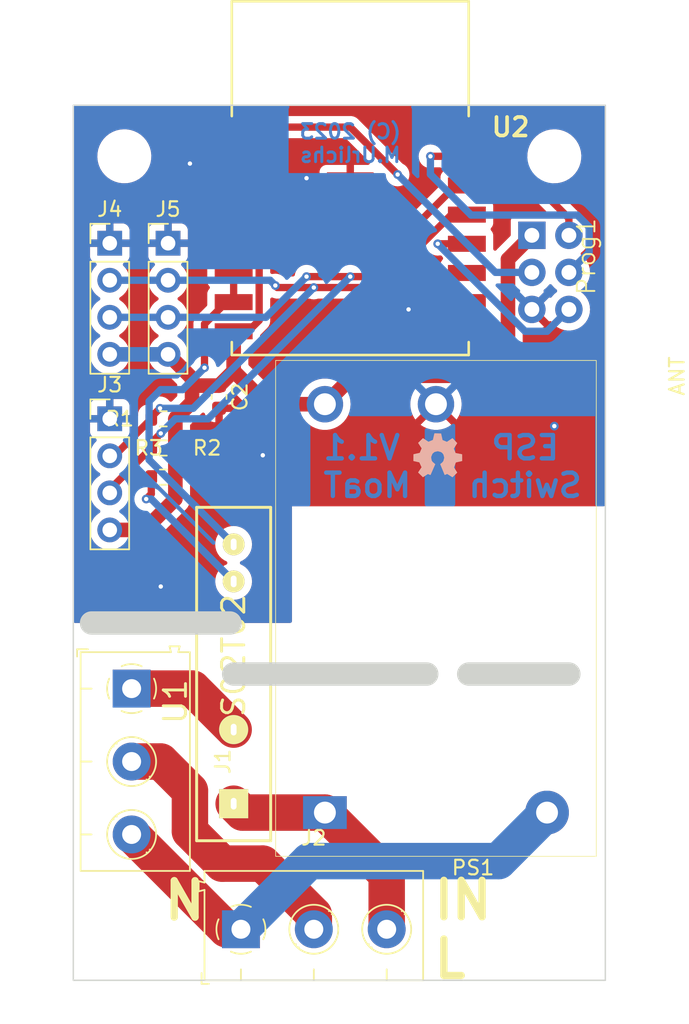
<source format=kicad_pcb>
(kicad_pcb (version 20221018) (generator pcbnew)
  (title_block (comment 4 "AISLER Project ID: AQKCZRWC"))
  (layers (0 "F.Cu" signal) (31 "B.Cu" signal) (34 "B.Paste" user) (35 "F.Paste" user) (36 "B.SilkS" user "B.Silkscreen") (37 "F.SilkS" user "F.Silkscreen") (38 "B.Mask" user) (39 "F.Mask" user) (44 "Edge.Cuts" user))
  (net 0 "")
  (net 1 "GND")
  (net 2 "+3V3")
  (net 3 "Net-(J2-Pin_3)")
  (net 4 "Net-(U1-D+)")
  (net 7 "Net-(J1-Pin_3)")
  (net 8 "Net-(J1-Pin_1)")
  (net 9 "Net-(J1-Pin_2)")
  (net 10 "PROG")
  (net 14 "/SCL")
  (net 15 "/SDA")
  (net 16 "/Rx")
  (net 17 "/Tx")
  (net 18 "/Reset")
  (net 19 "SIG")
  (footprint "localstuff:Conn_P5.0mm_3_Lumberg" (layer "F.Cu") (at 119 83 -90)
    (fp_text reference "J1" (at 5 -6.26 -90) (layer "F.SilkS"))
    (fp_text value "Conn_01x03_Female")
    (fp_line (start -2.9 -3.3) (end -2.5 -3.2) (stroke (width 0.12)) (layer "F.SilkS"))
    (fp_line (start -2.9 -2.6) (end -2.9 -3.3) (stroke (width 0.12)) (layer "F.SilkS"))
    (fp_line (start -2.7 3) (end -2.7 3.74) (stroke (width 0.12)) (layer "F.SilkS"))
    (fp_line (start -2.7 3.74) (end -2.2 3.74) (stroke (width 0.12)) (layer "F.SilkS"))
    (fp_line (start -2.5 -4) (end 12.5 -4) (stroke (width 0.12)) (layer "F.SilkS"))
    (fp_line (start -2.5 -3.2) (end -2.5 -4) (stroke (width 0.12)) (layer "F.SilkS"))
    (fp_line (start -2.5 -2.7) (end -2.9 -2.6) (stroke (width 0.12)) (layer "F.SilkS"))
    (fp_line (start -2.5 -2.7) (end -2.5 3.5) (stroke (width 0.12)) (layer "F.SilkS"))
    (fp_line (start -2.5 3.5) (end 12.5 3.5) (stroke (width 0.12)) (layer "F.SilkS"))
    (fp_line (start 0 3.5) (end 0 2.75) (stroke (width 0.12)) (layer "F.SilkS"))
    (fp_line (start 3.773 1.023) (end 3.726 1.069) (stroke (width 0.12)) (layer "F.SilkS"))
    (fp_line (start 3.966 1.239) (end 3.931 1.274) (stroke (width 0.12)) (layer "F.SilkS"))
    (fp_line (start 5 3.5) (end 5 2.75) (stroke (width 0.12)) (layer "F.SilkS"))
    (fp_line (start 6.07 -1.275) (end 6.035 -1.239) (stroke (width 0.12)) (layer "F.SilkS"))
    (fp_line (start 6.275 -1.069) (end 6.228 -1.023) (stroke (width 0.12)) (layer "F.SilkS"))
    (fp_line (start 8.773 1.023) (end 8.726 1.069) (stroke (width 0.12)) (layer "F.SilkS"))
    (fp_line (start 8.966 1.239) (end 8.931 1.274) (stroke (width 0.12)) (layer "F.SilkS"))
    (fp_line (start 10 3.5) (end 10 2.75) (stroke (width 0.12)) (layer "F.SilkS"))
    (fp_line (start 11.07 -1.275) (end 11.035 -1.239) (stroke (width 0.12)) (layer "F.SilkS"))
    (fp_line (start 11.275 -1.069) (end 11.228 -1.023) (stroke (width 0.12)) (layer "F.SilkS"))
    (fp_line (start 12.5 -4) (end 12.5 3.5) (stroke (width 0.12)) (layer "F.SilkS"))
    (fp_arc (start -1.535427 0.683042) (mid -1.680501 -0.000524) (end -1.535 -0.684) (stroke (width 0.12)) (layer "F.SilkS"))
    (fp_arc (start -0.683042 -1.535427) (mid 0.000524 -1.680501) (end 0.684 -1.535) (stroke (width 0.12)) (layer "F.SilkS"))
    (fp_arc (start 0.028805 1.680253) (mid -0.335551 1.646659) (end -0.684 1.535) (stroke (width 0.12)) (layer "F.SilkS"))
    (fp_arc (start 0.683318 1.534756) (mid 0.349292 1.643288) (end 0 1.68) (stroke (width 0.12)) (layer "F.SilkS"))
    (fp_arc (start 1.535427 -0.683042) (mid 1.680501 0.000524) (end 1.535 0.684) (stroke (width 0.12)) (layer "F.SilkS"))
    (fp_circle (center 5 0) (end 6.68 0) (stroke (width 0.12)) (fill none) (layer "F.SilkS"))
    (fp_circle (center 10 0) (end 11.68 0) (stroke (width 0.12)) (fill none) (layer "F.SilkS"))
    (pad "1" thru_hole rect (at 0 0 270) (size 2.6 2.6) (drill 1.3) (layers "*.Cu" "*.Mask") (net 8 "Net-(J1-Pin_1)"))
    (pad "2" thru_hole circle (at 5 0 270) (size 2.6 2.6) (drill 1.3) (layers "*.Cu" "*.Mask") (net 9 "Net-(J1-Pin_2)"))
    (pad "3" thru_hole circle (at 10 0 270) (size 2.6 2.6) (drill 1.3) (layers "*.Cu" "*.Mask") (net 7 "Net-(J1-Pin_3)"))
  )
  (footprint "localstuff:RAC01-3.3" (layer "F.Cu") (at 139.88 77.5 180)
    (fp_text reference "PS1" (at -2.54 -17.78) (layer "F.SilkS") (effects (font (size 1.000677 1.000677))))
    (fp_text value "RAC01-3.3")
    (fp_rect (start -11 -17) (end 11 17) (stroke (width 0.05)) (fill none) (layer "F.SilkS"))
    (pad "1" thru_hole rect (at 7.62 -14 180) (size 3 2.25) (drill 1.5) (layers "*.Cu" "*.Mask") (net 3 "Net-(J2-Pin_3)"))
    (pad "2" thru_hole circle (at -7.62 -14 180) (size 3 3) (drill 1.5) (layers "*.Cu" "*.Mask") (net 7 "Net-(J1-Pin_3)"))
    (pad "3" thru_hole circle (at 7.62 14 180) (size 2.5 2.5) (drill 1.5) (layers "*.Cu" "*.Mask") (net 2 "+3V3"))
    (pad "4" thru_hole circle (at 0 14 180) (size 2.5 2.5) (drill 1.5) (layers "*.Cu" "*.Mask") (net 1 "GND"))
  )
  (footprint "Connector_PinHeader_2.54mm:PinHeader_1x04_P2.54mm_Vertical" (layer "F.Cu") (at 121.5 52.46)
    (fp_text reference "J5" (at 0 -2.33) (layer "F.SilkS"))
    (fp_text value "Conn_01x04_Socket")
    (fp_line (start -1.33 -1.33) (end 0 -1.33) (stroke (width 0.12)) (layer "F.SilkS"))
    (fp_line (start -1.33 0) (end -1.33 -1.33) (stroke (width 0.12)) (layer "F.SilkS"))
    (fp_line (start -1.33 1.27) (end -1.33 8.95) (stroke (width 0.12)) (layer "F.SilkS"))
    (fp_line (start -1.33 1.27) (end 1.33 1.27) (stroke (width 0.12)) (layer "F.SilkS"))
    (fp_line (start -1.33 8.95) (end 1.33 8.95) (stroke (width 0.12)) (layer "F.SilkS"))
    (fp_line (start 1.33 1.27) (end 1.33 8.95) (stroke (width 0.12)) (layer "F.SilkS"))
    (pad "1" thru_hole rect (at 0 0) (size 1.7 1.7) (drill 1) (layers "*.Cu" "*.Mask") (net 1 "GND"))
    (pad "2" thru_hole oval (at 0 2.54) (size 1.7 1.7) (drill 1) (layers "*.Cu" "*.Mask") (net 15 "/SDA"))
    (pad "3" thru_hole oval (at 0 5.08) (size 1.7 1.7) (drill 1) (layers "*.Cu" "*.Mask") (net 14 "/SCL"))
    (pad "4" thru_hole oval (at 0 7.62) (size 1.7 1.7) (drill 1) (layers "*.Cu" "*.Mask") (net 2 "+3V3"))
  )
  (footprint "MountingHole:MountingHole_3.2mm_M3" (layer "F.Cu") (at 148 99.5)
    (fp_text reference "REF**" hide)
    (fp_text value "MountingHole_3.2mm_M3" hide)
    (pad "" np_thru_hole circle (at 0 0) (size 3.2 3.2) (drill 3.2) (layers "*.Cu" "*.Mask"))
    (pad "" np_thru_hole circle (at 0 0) (size 3.2 3.2) (drill 3.2) (layers "*.Cu" "*.Mask"))
  )
  (footprint "Capacitor_SMD:C_0603_1608Metric" (layer "F.Cu") (at 125 63 -90)
    (fp_text reference "C2" (at 0 -1.43 90) (layer "F.SilkS"))
    (fp_text value "CP_10µ_16V_0603")
    (fp_line (start -0.14058 -0.51) (end 0.14058 -0.51) (stroke (width 0.12)) (layer "F.SilkS"))
    (fp_line (start -0.14058 0.51) (end 0.14058 0.51) (stroke (width 0.12)) (layer "F.SilkS"))
    (pad "1" smd roundrect (at -0.775 0 270) (size 0.9 0.95) (layers "F.Cu" "F.Paste" "F.Mask") (net 2 "+3V3"))
    (pad "2" smd roundrect (at 0.775 0 270) (size 0.9 0.95) (layers "F.Cu" "F.Paste" "F.Mask") (net 1 "GND"))
  )
  (footprint "MountingHole:MountingHole_3.2mm_M3" (layer "F.Cu") (at 118.5 99.5)
    (fp_text reference "REF**" hide)
    (fp_text value "MountingHole_3.2mm_M3" hide)
    (pad "" np_thru_hole circle (at 0 0) (size 3.2 3.2) (drill 3.2) (layers "*.Cu" "*.Mask"))
    (pad "" np_thru_hole circle (at 0 0) (size 3.2 3.2) (drill 3.2) (layers "*.Cu" "*.Mask"))
  )
  (footprint "localstuff:Conn_P5.0mm_3_Lumberg" (layer "F.Cu") (at 126.5 99.5)
    (fp_text reference "J2" (at 5 -6.26) (layer "F.SilkS"))
    (fp_text value "Conn_01x03_Female")
    (fp_line (start -2.9 -3.3) (end -2.5 -3.2) (stroke (width 0.12)) (layer "F.SilkS"))
    (fp_line (start -2.9 -2.6) (end -2.9 -3.3) (stroke (width 0.12)) (layer "F.SilkS"))
    (fp_line (start -2.7 3) (end -2.7 3.74) (stroke (width 0.12)) (layer "F.SilkS"))
    (fp_line (start -2.7 3.74) (end -2.2 3.74) (stroke (width 0.12)) (layer "F.SilkS"))
    (fp_line (start -2.5 -4) (end 12.5 -4) (stroke (width 0.12)) (layer "F.SilkS"))
    (fp_line (start -2.5 -3.2) (end -2.5 -4) (stroke (width 0.12)) (layer "F.SilkS"))
    (fp_line (start -2.5 -2.7) (end -2.9 -2.6) (stroke (width 0.12)) (layer "F.SilkS"))
    (fp_line (start -2.5 -2.7) (end -2.5 3.5) (stroke (width 0.12)) (layer "F.SilkS"))
    (fp_line (start -2.5 3.5) (end 12.5 3.5) (stroke (width 0.12)) (layer "F.SilkS"))
    (fp_line (start 0 3.5) (end 0 2.75) (stroke (width 0.12)) (layer "F.SilkS"))
    (fp_line (start 3.773 1.023) (end 3.726 1.069) (stroke (width 0.12)) (layer "F.SilkS"))
    (fp_line (start 3.966 1.239) (end 3.931 1.274) (stroke (width 0.12)) (layer "F.SilkS"))
    (fp_line (start 5 3.5) (end 5 2.75) (stroke (width 0.12)) (layer "F.SilkS"))
    (fp_line (start 6.07 -1.275) (end 6.035 -1.239) (stroke (width 0.12)) (layer "F.SilkS"))
    (fp_line (start 6.275 -1.069) (end 6.228 -1.023) (stroke (width 0.12)) (layer "F.SilkS"))
    (fp_line (start 8.773 1.023) (end 8.726 1.069) (stroke (width 0.12)) (layer "F.SilkS"))
    (fp_line (start 8.966 1.239) (end 8.931 1.274) (stroke (width 0.12)) (layer "F.SilkS"))
    (fp_line (start 10 3.5) (end 10 2.75) (stroke (width 0.12)) (layer "F.SilkS"))
    (fp_line (start 11.07 -1.275) (end 11.035 -1.239) (stroke (width 0.12)) (layer "F.SilkS"))
    (fp_line (start 11.275 -1.069) (end 11.228 -1.023) (stroke (width 0.12)) (layer "F.SilkS"))
    (fp_line (start 12.5 -4) (end 12.5 3.5) (stroke (width 0.12)) (layer "F.SilkS"))
    (fp_arc (start -1.535427 0.683042) (mid -1.680501 -0.000524) (end -1.535 -0.684) (stroke (width 0.12)) (layer "F.SilkS"))
    (fp_arc (start -0.683042 -1.535427) (mid 0.000524 -1.680501) (end 0.684 -1.535) (stroke (width 0.12)) (layer "F.SilkS"))
    (fp_arc (start 0.028805 1.680253) (mid -0.335551 1.646659) (end -0.684 1.535) (stroke (width 0.12)) (layer "F.SilkS"))
    (fp_arc (start 0.683318 1.534756) (mid 0.349292 1.643288) (end 0 1.68) (stroke (width 0.12)) (layer "F.SilkS"))
    (fp_arc (start 1.535427 -0.683042) (mid 1.680501 0.000524) (end 1.535 0.684) (stroke (width 0.12)) (layer "F.SilkS"))
    (fp_circle (center 5 0) (end 6.68 0) (stroke (width 0.12)) (fill none) (layer "F.SilkS"))
    (fp_circle (center 10 0) (end 11.68 0) (stroke (width 0.12)) (fill none) (layer "F.SilkS"))
    (pad "1" thru_hole rect (at 0 0) (size 2.6 2.6) (drill 1.3) (layers "*.Cu" "*.Mask") (net 7 "Net-(J1-Pin_3)"))
    (pad "2" thru_hole circle (at 5 0) (size 2.6 2.6) (drill 1.3) (layers "*.Cu" "*.Mask") (net 9 "Net-(J1-Pin_2)"))
    (pad "3" thru_hole circle (at 10 0) (size 2.6 2.6) (drill 1.3) (layers "*.Cu" "*.Mask") (net 3 "Net-(J2-Pin_3)"))
  )
  (footprint "Connector_PinHeader_2.54mm:PinHeader_1x04_P2.54mm_Vertical" (layer "F.Cu") (at 117.5 64.5)
    (fp_text reference "J3" (at 0 -2.33) (layer "F.SilkS"))
    (fp_text value "Conn_01x04_Socket")
    (fp_line (start -1.33 -1.33) (end 0 -1.33) (stroke (width 0.12)) (layer "F.SilkS"))
    (fp_line (start -1.33 0) (end -1.33 -1.33) (stroke (width 0.12)) (layer "F.SilkS"))
    (fp_line (start -1.33 1.27) (end -1.33 8.95) (stroke (width 0.12)) (layer "F.SilkS"))
    (fp_line (start -1.33 1.27) (end 1.33 1.27) (stroke (width 0.12)) (layer "F.SilkS"))
    (fp_line (start -1.33 8.95) (end 1.33 8.95) (stroke (width 0.12)) (layer "F.SilkS"))
    (fp_line (start 1.33 1.27) (end 1.33 8.95) (stroke (width 0.12)) (layer "F.SilkS"))
    (pad "1" thru_hole rect (at 0 0) (size 1.7 1.7) (drill 1) (layers "*.Cu" "*.Mask") (net 1 "GND"))
    (pad "2" thru_hole oval (at 0 2.54) (size 1.7 1.7) (drill 1) (layers "*.Cu" "*.Mask") (net 15 "/SDA"))
    (pad "3" thru_hole oval (at 0 5.08) (size 1.7 1.7) (drill 1) (layers "*.Cu" "*.Mask") (net 14 "/SCL"))
    (pad "4" thru_hole oval (at 0 7.62) (size 1.7 1.7) (drill 1) (layers "*.Cu" "*.Mask") (net 2 "+3V3"))
  )
  (footprint "localstuff:S202T02" (layer "F.Cu") (at 126 90.89 90)
    (fp_text reference "U1" (at 7 -4 90) (layer "F.SilkS") (effects (font (size 1.524 1.524) (thickness 0.20066))))
    (fp_text value "S02T02" (at 10.16 0 90) (layer "F.SilkS") (effects (font (size 1.524 1.524) (thickness 0.20066))))
    (fp_line (start -2.54 -2.54) (end 20.32 -2.54) (stroke (width 0.20066)) (layer "F.SilkS"))
    (fp_line (start -2.54 2.54) (end -2.54 -2.54) (stroke (width 0.20066)) (layer "F.SilkS"))
    (fp_line (start 20.32 -2.54) (end 20.32 2.54) (stroke (width 0.20066)) (layer "F.SilkS"))
    (fp_line (start 20.32 2.54) (end -2.54 2.54) (stroke (width 0.20066)) (layer "F.SilkS"))
    (pad "1" thru_hole rect (at 0 0 90) (size 1.99898 1.99898) (drill oval 0.8001 0.39878) (layers "*.Cu" "*.Mask" "F.SilkS") (net 3 "Net-(J2-Pin_3)"))
    (pad "2" thru_hole circle (at 5.08 0 90) (size 1.99898 1.99898) (drill oval 0.8001 0.39878) (layers "*.Cu" "*.Mask" "F.SilkS") (net 8 "Net-(J1-Pin_1)"))
    (pad "3" thru_hole circle (at 15.24 0 90) (size 1.50114 1.50114) (drill oval 0.8001 0.39878) (layers "*.Cu" "*.Mask" "F.SilkS") (net 4 "Net-(U1-D+)"))
    (pad "4" thru_hole circle (at 17.78 0 90) (size 1.50114 1.50114) (drill oval 0.8001 0.39878) (layers "*.Cu" "*.Mask" "F.SilkS") (net 19 "SIG"))
  )
  (footprint "Resistor_SMD:R_0603_1608Metric" (layer "F.Cu") (at 121.175 64.5)
    (fp_text reference "R1" (at -3 0) (layer "F.SilkS"))
    (fp_text value "R_2k2_0603")
    (fp_line (start -0.237258 -0.5225) (end 0.237258 -0.5225) (stroke (width 0.12)) (layer "F.SilkS"))
    (fp_line (start -0.237258 0.5225) (end 0.237258 0.5225) (stroke (width 0.12)) (layer "F.SilkS"))
    (pad "1" smd roundrect (at -0.825 0) (size 0.8 0.95) (layers "F.Cu" "F.Paste" "F.Mask") (net 15 "/SDA"))
    (pad "2" smd roundrect (at 0.825 0) (size 0.8 0.95) (layers "F.Cu" "F.Paste" "F.Mask") (net 2 "+3V3"))
  )
  (footprint "localstuff:ESP-12S" (layer "F.Cu") (at 134 48)
    (fp_text reference "U2" (at 11 -3.5) (layer "F.SilkS") (effects (font (size 1.27 1.27) (thickness 0.25) bold)))
    (fp_text value "ESP-12S")
    (fp_line (start -8.127 -12.127) (end 8.127 -12.127) (stroke (width 0.1778)) (layer "F.SilkS"))
    (fp_line (start -8.127 -4.256) (end -8.127 -12.127) (stroke (width 0.1778)) (layer "F.SilkS"))
    (fp_line (start -8.127 12.127) (end -8.127 11.241) (stroke (width 0.1778)) (layer "F.SilkS"))
    (fp_line (start 8.127 -12.127) (end 8.127 -4.256) (stroke (width 0.1778)) (layer "F.SilkS"))
    (fp_line (start 8.127 11.241) (end 8.127 12.127) (stroke (width 0.1778)) (layer "F.SilkS"))
    (fp_line (start 8.127 12.127) (end -8.127 12.127) (stroke (width 0.1778)) (layer "F.SilkS"))
    (pad "1" smd rect (at -8 -3.5) (size 2.6 1.1) (layers "F.Cu" "F.Paste" "F.Mask") (net 18 "/Reset"))
    (pad "2" smd rect (at -8 -1.5) (size 2.6 1.1) (layers "F.Cu" "F.Paste" "F.Mask"))
    (pad "3" smd rect (at -8 0.5) (size 2.6 1.1) (layers "F.Cu" "F.Paste" "F.Mask") (net 2 "+3V3"))
    (pad "4" smd rect (at -8 2.5) (size 2.6 1.1) (layers "F.Cu" "F.Paste" "F.Mask"))
    (pad "5" smd rect (at -8 4.5) (size 2.6 1.1) (layers "F.Cu" "F.Paste" "F.Mask"))
    (pad "6" smd rect (at -8 6.5) (size 2.6 1.1) (layers "F.Cu" "F.Paste" "F.Mask") (net 19 "SIG"))
    (pad "7" smd rect (at -8 8.5) (size 2.6 1.1) (layers "F.Cu" "F.Paste" "F.Mask") (net 19 "SIG"))
    (pad "8" smd rect (at -8 10.5) (size 2.6 1.1) (layers "F.Cu" "F.Paste" "F.Mask") (net 2 "+3V3"))
    (pad "9" smd rect (at 8 10.5 180) (size 2.6 1.1) (layers "F.Cu" "F.Paste" "F.Mask") (net 1 "GND"))
    (pad "10" smd rect (at 8 8.5 180) (size 2.6 1.1) (layers "F.Cu" "F.Paste" "F.Mask"))
    (pad "11" smd rect (at 8 6.5 180) (size 2.6 1.1) (layers "F.Cu" "F.Paste" "F.Mask"))
    (pad "12" smd rect (at 8 4.5 180) (size 2.6 1.1) (layers "F.Cu" "F.Paste" "F.Mask") (net 10 "PROG"))
    (pad "13" smd rect (at 8 2.5 180) (size 2.6 1.1) (layers "F.Cu" "F.Paste" "F.Mask") (net 15 "/SDA"))
    (pad "14" smd rect (at 8 0.5 180) (size 2.6 1.1) (layers "F.Cu" "F.Paste" "F.Mask") (net 14 "/SCL"))
    (pad "15" smd rect (at 8 -1.5 180) (size 2.6 1.1) (layers "F.Cu" "F.Paste" "F.Mask") (net 16 "/Rx"))
    (pad "16" smd rect (at 8 -3.5 180) (size 2.6 1.1) (layers "F.Cu" "F.Paste" "F.Mask") (net 17 "/Tx"))
    (pad "P$1" smd rect (at 0 1.2) (size 3.2 3.2) (layers "F.Cu" "F.Mask") (net 1 "GND"))
    (zone (net 0) (net_name "") (layer "F.Cu") (connect_pads (clearance 0)) (min_thickness 0.002541)
      (keepout (tracks not_allowed) (vias not_allowed) (pads not_allowed) (copperpour not_allowed) (footprints allowed))
      (fill (thermal_gap 0.508) (thermal_bridge_width 0.508))
      (polygon (pts (xy 126 43) (xy 142 43) (xy 142 36) (xy 126 36)))
    )
    (zone (net 0) (net_name "") (layer "B.Cu") (connect_pads (clearance 0)) (min_thickness 0.002541)
      (keepout (tracks not_allowed) (vias not_allowed) (pads not_allowed) (copperpour not_allowed) (footprints allowed))
      (fill (thermal_gap 0.508) (thermal_bridge_width 0.508))
      (polygon (pts (xy 142 43) (xy 126 43) (xy 126 36) (xy 142 36)))
    )
  )
  (footprint "Resistor_SMD:R_0603_1608Metric" (layer "F.Cu") (at 121.175 66.5)
    (fp_text reference "R2" (at 3 0) (layer "F.SilkS"))
    (fp_text value "R_2k2_0603")
    (fp_line (start -0.237258 -0.5225) (end 0.237258 -0.5225) (stroke (width 0.12)) (layer "F.SilkS"))
    (fp_line (start -0.237258 0.5225) (end 0.237258 0.5225) (stroke (width 0.12)) (layer "F.SilkS"))
    (pad "1" smd roundrect (at -0.825 0) (size 0.8 0.95) (layers "F.Cu" "F.Paste" "F.Mask") (net 14 "/SCL"))
    (pad "2" smd roundrect (at 0.825 0) (size 0.8 0.95) (layers "F.Cu" "F.Paste" "F.Mask") (net 2 "+3V3"))
  )
  (footprint "Connector_PinHeader_2.54mm:PinHeader_1x04_P2.54mm_Vertical" (layer "F.Cu") (at 117.5 52.46)
    (fp_text reference "J4" (at 0 -2.33) (layer "F.SilkS"))
    (fp_text value "Conn_01x04_Socket")
    (fp_line (start -1.33 -1.33) (end 0 -1.33) (stroke (width 0.12)) (layer "F.SilkS"))
    (fp_line (start -1.33 0) (end -1.33 -1.33) (stroke (width 0.12)) (layer "F.SilkS"))
    (fp_line (start -1.33 1.27) (end -1.33 8.95) (stroke (width 0.12)) (layer "F.SilkS"))
    (fp_line (start -1.33 1.27) (end 1.33 1.27) (stroke (width 0.12)) (layer "F.SilkS"))
    (fp_line (start -1.33 8.95) (end 1.33 8.95) (stroke (width 0.12)) (layer "F.SilkS"))
    (fp_line (start 1.33 1.27) (end 1.33 8.95) (stroke (width 0.12)) (layer "F.SilkS"))
    (pad "1" thru_hole rect (at 0 0) (size 1.7 1.7) (drill 1) (layers "*.Cu" "*.Mask") (net 1 "GND"))
    (pad "2" thru_hole oval (at 0 2.54) (size 1.7 1.7) (drill 1) (layers "*.Cu" "*.Mask") (net 15 "/SDA"))
    (pad "3" thru_hole oval (at 0 5.08) (size 1.7 1.7) (drill 1) (layers "*.Cu" "*.Mask") (net 14 "/SCL"))
    (pad "4" thru_hole oval (at 0 7.62) (size 1.7 1.7) (drill 1) (layers "*.Cu" "*.Mask") (net 2 "+3V3"))
  )
  (footprint "MountingHole:MountingHole_3.2mm_M3" (layer "F.Cu") (at 118.5 46.5)
    (fp_text reference "REF**" hide)
    (fp_text value "MountingHole_3.2mm_M3" hide)
    (pad "" np_thru_hole circle (at 0 0) (size 3.2 3.2) (drill 3.2) (layers "*.Cu" "*.Mask"))
  )
  (footprint "MountingHole:MountingHole_3.2mm_M3" (layer "F.Cu") (at 148 46.5)
    (fp_text reference "REF**" hide)
    (fp_text value "MountingHole_3.2mm_M3" hide)
    (pad "" np_thru_hole circle (at 0 0) (size 3.2 3.2) (drill 3.2) (layers "*.Cu" "*.Mask"))
  )
  (footprint "localstuff:2X3-NS" (layer "F.Cu") (at 147.73 54.46 -90)
    (fp_text reference "Prog1" (at -3.81 -3.175 90) (layer "F.SilkS") (effects (font (size 1.2065 1.2065) (thickness 0.127)) (justify right bottom)))
    (fp_text value "PogoPad")
    (pad "1" thru_hole rect (at -2.54 1.27 270) (size 1.8796 1.8796) (drill 1.016) (layers "*.Cu" "*.Mask") (net 2 "+3V3"))
    (pad "2" thru_hole circle (at -2.54 -1.27 270) (size 1.8796 1.8796) (drill 1.016) (layers "*.Cu" "*.Mask") (net 17 "/Tx"))
    (pad "3" thru_hole circle (at 0 1.27 270) (size 1.8796 1.8796) (drill 1.016) (layers "*.Cu" "*.Mask") (net 18 "/Reset"))
    (pad "4" thru_hole circle (at 0 -1.27 270) (size 1.8796 1.8796) (drill 1.016) (layers "*.Cu" "*.Mask") (net 16 "/Rx"))
    (pad "5" thru_hole circle (at 2.54 1.27 270) (size 1.8796 1.8796) (drill 1.016) (layers "*.Cu" "*.Mask") (net 1 "GND"))
    (pad "6" thru_hole circle (at 2.54 -1.27 270) (size 1.8796 1.8796) (drill 1.016) (layers "*.Cu" "*.Mask") (net 10 "PROG"))
  )
  (footprint "Resistor_SMD:R_0603_1608Metric" (layer "F.Cu") (at 121.175 68.5 180)
    (fp_text reference "R3" (at 1 2) (layer "F.SilkS"))
    (fp_text value "R_220_0603")
    (fp_line (start -0.237258 -0.5225) (end 0.237258 -0.5225) (stroke (width 0.12)) (layer "F.SilkS"))
    (fp_line (start -0.237258 0.5225) (end 0.237258 0.5225) (stroke (width 0.12)) (layer "F.SilkS"))
    (pad "1" smd roundrect (at -0.825 0 180) (size 0.8 0.95) (layers "F.Cu" "F.Paste" "F.Mask") (net 2 "+3V3"))
    (pad "2" smd roundrect (at 0.825 0 180) (size 0.8 0.95) (layers "F.Cu" "F.Paste" "F.Mask") (net 4 "Net-(U1-D+)"))
  )
  (footprint "localstuff:OSHW Logo 3mm" (layer "B.Cu") (at 140 67 180)
    (fp_text reference "G***" hide)
    (fp_text value "LOGO" hide)
    (fp_poly (pts (xy -1.011428 -1.4986) (xy -0.650494 -1.273048) (xy -0.481076 -1.341628) (xy -0.179578 -0.611378) (xy -0.315722 -0.499618) (xy -0.3937 -0.402336) (xy -0.456946 -0.169164) (xy -0.39878 0.054864) (xy -0.32258 0.153162) (xy -0.230124 0.226314) (xy -0.000508 0.287528) (xy 0.228346 0.230378) (xy 0.368046 0.107442) (xy 0.461518 -0.127) (xy 0.422148 -0.356108) (xy 0.360172 -0.456692) (xy 0.176276 -0.613918) (xy 0.497586 -1.346454) (xy 0.677926 -1.277874) (xy 1.013714 -1.496568) (xy 1.337564 -1.177798) (xy 1.09982 -0.821182) (xy 1.257046 -0.479298) (xy 1.66243 -0.387604) (xy 1.659636 0.063246) (xy 1.22682 0.158496) (xy 1.09474 0.476504) (xy 1.33731 0.847852) (xy 1.01092 1.164844) (xy 0.637286 0.917956) (xy 0.324358 1.044956) (xy 0.220726 1.494028) (xy -0.226822 1.486916) (xy -0.327152 1.036574) (xy -0.631698 0.91186) (xy -1.014222 1.167638) (xy -1.330198 0.831596) (xy -1.094994 0.454152) (xy -1.223518 0.148082) (xy -1.6637 0.063246) (xy -1.668018 -0.389636) (xy -1.238504 -0.485648) (xy -1.109726 -0.83566) (xy -1.330198 -1.187704) (xy -1.011428 -1.4986)) (stroke (width 0.01)) (fill solid) (layer "B.SilkS"))
  )
  (footprint "localstuff:OSHW Logo 3mm" (layer "B.Cu") (at 140 67 180)
    (fp_text reference "G***" hide)
    (fp_text value "LOGO" hide)
    (fp_poly (pts (xy -1.011428 -1.4986) (xy -0.650494 -1.273048) (xy -0.481076 -1.341628) (xy -0.179578 -0.611378) (xy -0.315722 -0.499618) (xy -0.3937 -0.402336) (xy -0.456946 -0.169164) (xy -0.39878 0.054864) (xy -0.32258 0.153162) (xy -0.230124 0.226314) (xy -0.000508 0.287528) (xy 0.228346 0.230378) (xy 0.368046 0.107442) (xy 0.461518 -0.127) (xy 0.422148 -0.356108) (xy 0.360172 -0.456692) (xy 0.176276 -0.613918) (xy 0.497586 -1.346454) (xy 0.677926 -1.277874) (xy 1.013714 -1.496568) (xy 1.337564 -1.177798) (xy 1.09982 -0.821182) (xy 1.257046 -0.479298) (xy 1.66243 -0.387604) (xy 1.659636 0.063246) (xy 1.22682 0.158496) (xy 1.09474 0.476504) (xy 1.33731 0.847852) (xy 1.01092 1.164844) (xy 0.637286 0.917956) (xy 0.324358 1.044956) (xy 0.220726 1.494028) (xy -0.226822 1.486916) (xy -0.327152 1.036574) (xy -0.631698 0.91186) (xy -1.014222 1.167638) (xy -1.330198 0.831596) (xy -1.094994 0.454152) (xy -1.223518 0.148082) (xy -1.6637 0.063246) (xy -1.668018 -0.389636) (xy -1.238504 -0.485648) (xy -1.109726 -0.83566) (xy -1.330198 -1.187704) (xy -1.011428 -1.4986)) (stroke (width 0.01)) (fill solid) (layer "B.SilkS"))
  )
  (gr_rect (start 115 43) (end 151.5 103) (stroke (width 0.1)) (fill none) (layer "Edge.Cuts"))
  (gr_line (start 142.125 82) (end 149 82) (stroke (width 1.6)) (layer "Edge.Cuts"))
  (gr_line (start 126 82) (end 139.25 82) (stroke (width 1.6)) (layer "Edge.Cuts"))
  (gr_line (start 116.25 78.5) (end 125.75 78.5) (stroke (width 1.6)) (layer "Edge.Cuts"))
  (gr_text "ESP\nSwitch" (at 146 70) (layer "B.Cu") (effects (font (size 1.6 1.6) (thickness 0.3) bold) (justify bottom mirror)))
  (gr_text "V1.1\nMoaT" (at 132 70) (layer "B.Cu") (effects (font (size 1.6 1.6) (thickness 0.3) bold) (justify right bottom mirror)))
  (gr_text "(C) 2023\nM.Urlichs" (at 134 47) (layer "B.Cu") (effects (font (size 1 1) (thickness 0.2) bold) (justify bottom mirror)))
  (gr_text "ANT" (at 157 63 90) (layer "F.SilkS") (effects (font (size 1 1)) (justify left bottom)))
  (gr_text "N" (at 121 99) (layer "F.SilkS") (effects (font (size 2.5 2.5) (thickness 0.5) bold) (justify left bottom)))
  (gr_text "IN\nL" (at 139.5 103) (layer "F.SilkS") (effects (font (size 2.5 2.5) (thickness 0.5) bold) (justify left bottom)))
  (via (at 148 65) (size 0.6) (drill 0.3) (layers "F.Cu" "B.Cu") (net 1))
  (via (at 138 57) (size 0.6) (drill 0.3) (layers "F.Cu" "B.Cu") (net 1))
  (via (at 121 76) (size 0.6) (drill 0.3) (layers "F.Cu" "B.Cu") (net 1))
  (via (at 123 47) (size 0.6) (drill 0.3) (layers "F.Cu" "B.Cu") (net 1))
  (via (at 128 67) (size 0.6) (drill 0.3) (layers "F.Cu" "B.Cu") (net 1))
  (via (at 131 48) (size 0.6) (drill 0.3) (layers "F.Cu" "B.Cu") (net 1))
  (segment (start 144.8202 59.1798) (end 142.45 61.55) (width 1) (layer "F.Cu") (net 2))
  (segment (start 127.75 57.75) (end 127 58.5) (width 0.5) (layer "F.Cu") (net 2))
  (segment (start 123.145 62.225) (end 123.145 61.725) (width 1) (layer "F.Cu") (net 2))
  (segment (start 123.145 61.725) (end 121.5 60.08) (width 1) (layer "F.Cu") (net 2))
  (segment (start 128.275 63.5) (end 126 61.225) (width 1) (layer "F.Cu") (net 2))
  (segment (start 126.75 48.5) (end 127.75 49.5) (width 0.5) (layer "F.Cu") (net 2))
  (segment (start 126 61.225) (end 125 62.225) (width 1) (layer "F.Cu") (net 2))
  (segment (start 122 66.5) (end 122 64.5) (width 1) (layer "F.Cu") (net 2))
  (segment (start 125 62.225) (end 123.145 62.225) (width 1) (layer "F.Cu") (net 2))
  (segment (start 126 48.5) (end 126.75 48.5) (width 0.5) (layer "F.Cu") (net 2))
  (segment (start 117.5 72.12) (end 119.88 72.12) (width 1) (layer "F.Cu") (net 2))
  (segment (start 134.21 61.55) (end 132.26 63.5) (width 1) (layer "F.Cu") (net 2))
  (segment (start 122 68.5) (end 122 66.5) (width 1) (layer "F.Cu") (net 2))
  (segment (start 146.46 51.92) (end 144.8202 53.5598) (width 1) (layer "F.Cu") (net 2))
  (segment (start 127.75 49.5) (end 127.75 57.75) (width 0.5) (layer "F.Cu") (net 2))
  (segment (start 122 70) (end 122 68.5) (width 1) (layer "F.Cu") (net 2))
  (segment (start 123.145 63.355) (end 123.145 62.225) (width 1) (layer "F.Cu") (net 2))
  (segment (start 126 58.5) (end 126 61.225) (width 1) (layer "F.Cu") (net 2))
  (segment (start 122 64.5) (end 123.145 63.355) (width 1) (layer "F.Cu") (net 2))
  (segment (start 144.8202 53.5598) (end 144.8202 59.1798) (width 1) (layer "F.Cu") (net 2))
  (segment (start 142.45 61.55) (end 134.21 61.55) (width 1) (layer "F.Cu") (net 2))
  (segment (start 127 58.5) (end 126 58.5) (width 0.5) (layer "F.Cu") (net 2))
  (segment (start 119.88 72.12) (end 122 70) (width 1) (layer "F.Cu") (net 2))
  (segment (start 132.26 63.5) (end 128.275 63.5) (width 1) (layer "F.Cu") (net 2))
  (segment (start 121.5 60.08) (end 117.5 60.08) (width 1) (layer "B.Cu") (net 2))
  (segment (start 136.5 99.5) (end 136.5 95.74) (width 2.5) (layer "F.Cu") (net 3))
  (segment (start 132.26 91.5) (end 126.61 91.5) (width 2.5) (layer "F.Cu") (net 3))
  (segment (start 126.61 91.5) (end 126 90.89) (width 2.5) (layer "F.Cu") (net 3))
  (segment (start 136.5 95.74) (end 132.26 91.5) (width 2.5) (layer "F.Cu") (net 3))
  (segment (start 120.35 69.65) (end 120 70) (width 0.5) (layer "F.Cu") (net 4))
  (segment (start 120.35 68.5) (end 120.35 69.65) (width 0.5) (layer "F.Cu") (net 4))
  (via (at 120 70) (size 0.6) (drill 0.3) (layers "F.Cu" "B.Cu") (net 4))
  (segment (start 120.35 70) (end 126 75.65) (width 0.5) (layer "B.Cu") (net 4))
  (segment (start 120 70) (end 120.35 70) (width 0.5) (layer "B.Cu") (net 4))
  (segment (start 125.5 99.5) (end 119 93) (width 2.5) (layer "F.Cu") (net 7))
  (segment (start 126.5 99.5) (end 125.5 99.5) (width 2.5) (layer "F.Cu") (net 7))
  (segment (start 131.173612 94.826388) (end 126.5 99.5) (width 2.5) (layer "B.Cu") (net 7))
  (segment (start 147.5 91.5) (end 144.173612 94.826388) (width 2.5) (layer "B.Cu") (net 7))
  (segment (start 144.173612 94.826388) (end 131.173612 94.826388) (width 2.5) (layer "B.Cu") (net 7))
  (segment (start 123.19 83) (end 126 85.81) (width 2.5) (layer "F.Cu") (net 8))
  (segment (start 119 83) (end 123.19 83) (width 2.5) (layer "F.Cu") (net 8))
  (segment (start 125.21102 95) (end 128 95) (width 2.5) (layer "F.Cu") (net 9))
  (segment (start 121 88) (end 123 90) (width 2.5) (layer "F.Cu") (net 9))
  (segment (start 123 90) (end 123 92.78898) (width 2.5) (layer "F.Cu") (net 9))
  (segment (start 119 88) (end 121 88) (width 2.5) (layer "F.Cu") (net 9))
  (segment (start 123 92.78898) (end 125.21102 95) (width 2.5) (layer "F.Cu") (net 9))
  (segment (start 131.5 98.5) (end 131.5 99.5) (width 2.5) (layer "F.Cu") (net 9))
  (segment (start 128 95) (end 131.5 98.5) (width 2.5) (layer "F.Cu") (net 9))
  (segment (start 142 52.5) (end 140 52.5) (width 0.5) (layer "F.Cu") (net 10))
  (via (at 140 52.5) (size 0.6) (drill 0.3) (layers "F.Cu" "B.Cu") (net 10))
  (segment (start 140 52.505475) (end 145.994525 58.5) (width 0.5) (layer "B.Cu") (net 10))
  (segment (start 145.994525 58.5) (end 147.5 58.5) (width 0.5) (layer "B.Cu") (net 10))
  (segment (start 140 52.5) (end 140 52.505475) (width 0.5) (layer "B.Cu") (net 10))
  (segment (start 147.5 58.5) (end 149 57) (width 0.5) (layer "B.Cu") (net 10))
  (segment (start 120.35 66.5) (end 120.35 66.15) (width 0.5) (layer "F.Cu") (net 14))
  (segment (start 117.5 70) (end 117.5 69.35) (width 0.5) (layer "F.Cu") (net 14))
  (segment (start 142 48.5) (end 141.25 48.5) (width 0.5) (layer "F.Cu") (net 14))
  (segment (start 120.35 66.15) (end 121 65.5) (width 0.5) (layer "F.Cu") (net 14))
  (segment (start 141.25 48.5) (end 134.9995 54.7505) (width 0.5) (layer "F.Cu") (net 14))
  (segment (start 134.9995 54.7505) (end 131 54.7505) (width 0.5) (layer "F.Cu") (net 14))
  (segment (start 117.5 69.58) (end 117.5 69.35) (width 0.5) (layer "F.Cu") (net 14))
  (segment (start 117.5 69.35) (end 120.35 66.5) (width 0.5) (layer "F.Cu") (net 14))
  (via (at 131 54.7505) (size 0.6) (drill 0.3) (layers "F.Cu" "B.Cu") (net 14))
  (via (at 134 54.7505) (size 0.6) (drill 0.3) (layers "F.Cu" "B.Cu") (net 14))
  (via (at 121 65.5) (size 0.6) (drill 0.3) (layers "F.Cu" "B.Cu") (net 14))
  (segment (start 128.2105 57.54) (end 131 54.7505) (width 0.5) (layer "B.Cu") (net 14))
  (segment (start 124.2505 64.5) (end 134 54.7505) (width 0.5) (layer "B.Cu") (net 14))
  (segment (start 121.5 57.54) (end 128.2105 57.54) (width 0.5) (layer "B.Cu") (net 14))
  (segment (start 121 65.5) (end 122 64.5) (width 0.5) (layer "B.Cu") (net 14))
  (segment (start 122 64.5) (end 124.2505 64.5) (width 0.5) (layer "B.Cu") (net 14))
  (segment (start 121.5 57.54) (end 117.5 57.54) (width 0.5) (layer "B.Cu") (net 14))
  (segment (start 120.35 64.379123) (end 120.9495 63.779623) (width 0.5) (layer "F.Cu") (net 15))
  (segment (start 117.5 67.46) (end 117.5 67.35) (width 0.5) (layer "F.Cu") (net 15))
  (segment (start 117.81 67.04) (end 120.35 64.5) (width 0.5) (layer "F.Cu") (net 15))
  (segment (start 117.5 67.04) (end 117.81 67.04) (width 0.5) (layer "F.Cu") (net 15))
  (segment (start 129 55.5) (end 128.860188 55.360188) (width 0.5) (layer "F.Cu") (net 15))
  (segment (start 140.939339 50.5) (end 135.939339 55.5) (width 0.5) (layer "F.Cu") (net 15))
  (segment (start 135.939339 55.5) (end 129 55.5) (width 0.5) (layer "F.Cu") (net 15))
  (segment (start 120.35 64.5) (end 120.35 64.379123) (width 0.5) (layer "F.Cu") (net 15))
  (segment (start 142 50.5) (end 140.939339 50.5) (width 0.5) (layer "F.Cu") (net 15))
  (via (at 131.5 55.5) (size 0.6) (drill 0.3) (layers "F.Cu" "B.Cu") (net 15))
  (via (at 120.9495 63.779623) (size 0.6) (drill 0.3) (layers "F.Cu" "B.Cu") (net 15))
  (via (at 128.860188 55.360188) (size 0.6) (drill 0.3) (layers "F.Cu" "B.Cu") (net 15))
  (segment (start 123.220377 63.779623) (end 120.9495 63.779623) (width 0.5) (layer "B.Cu") (net 15))
  (segment (start 131.5 55.5) (end 123.220377 63.779623) (width 0.5) (layer "B.Cu") (net 15))
  (segment (start 128.5 55) (end 128.860188 55.360188) (width 0.5) (layer "B.Cu") (net 15))
  (segment (start 121.5 55) (end 128.5 55) (width 0.5) (layer "B.Cu") (net 15))
  (segment (start 121.5 55) (end 117.5 55) (width 0.5) (layer "B.Cu") (net 15))
  (segment (start 142 46.5) (end 139.5 46.5) (width 0.5) (layer "F.Cu") (net 16))
  (via (at 139.5 46.5) (size 0.6) (drill 0.3) (layers "F.Cu" "B.Cu") (net 16))
  (segment (start 149.575675 50.5302) (end 150.3898 51.344325) (width 0.5) (layer "B.Cu") (net 16))
  (segment (start 150.3898 51.344325) (end 150.3898 53.0702) (width 0.5) (layer "B.Cu") (net 16))
  (segment (start 139.5 47.7396) (end 142.2906 50.5302) (width 0.5) (layer "B.Cu") (net 16))
  (segment (start 150.3898 53.0702) (end 149 54.46) (width 0.5) (layer "B.Cu") (net 16))
  (segment (start 139.5 46.5) (end 139.5 47.7396) (width 0.5) (layer "B.Cu") (net 16))
  (segment (start 142.2906 50.5302) (end 149.575675 50.5302) (width 0.5) (layer "B.Cu") (net 16))
  (segment (start 142.75 44.5) (end 149 50.75) (width 0.5) (layer "F.Cu") (net 17))
  (segment (start 142 44.5) (end 142.75 44.5) (width 0.5) (layer "F.Cu") (net 17))
  (segment (start 149 50.75) (end 149 51.92) (width 0.5) (layer "F.Cu") (net 17))
  (segment (start 134 44.5) (end 137.25 47.75) (width 0.5) (layer "F.Cu") (net 18))
  (segment (start 126 44.5) (end 134 44.5) (width 0.5) (layer "F.Cu") (net 18))
  (via (at 137.25 47.75) (size 0.6) (drill 0.3) (layers "F.Cu" "B.Cu") (net 18))
  (segment (start 146.46 54.46) (end 143.96 54.46) (width 0.5) (layer "B.Cu") (net 18))
  (segment (start 143.96 54.46) (end 137.25 47.75) (width 0.5) (layer "B.Cu") (net 18))
  (segment (start 125.5 56.5) (end 124 58) (width 0.5) (layer "F.Cu") (net 19))
  (segment (start 124 58) (end 124 61) (width 0.5) (layer "F.Cu") (net 19))
  (segment (start 126 56.5) (end 125.5 56.5) (width 0.5) (layer "F.Cu") (net 19))
  (segment (start 126 54.5) (end 126 56.5) (width 0.5) (layer "F.Cu") (net 19))
  (via (at 124 61) (size 0.6) (drill 0.3) (layers "F.Cu" "B.Cu") (net 19))
  (segment (start 124 61) (end 122.5 62.5) (width 0.5) (layer "B.Cu") (net 19))
  (segment (start 120.2 67.31) (end 126 73.11) (width 0.5) (layer "B.Cu") (net 19))
  (segment (start 120.2 63.299293) (end 120.2 67.31) (width 0.5) (layer "B.Cu") (net 19))
  (segment (start 120.999293 62.5) (end 120.2 63.299293) (width 0.5) (layer "B.Cu") (net 19))
  (segment (start 122.5 62.5) (end 120.999293 62.5) (width 0.5) (layer "B.Cu") (net 19))
  (zone (net 1) (net_name "GND") (layers "F&B.Cu") (connect_pads (clearance 0.508)) (min_thickness 0.254) (fill yes (thermal_gap 0.508) (thermal_bridge_width 0.508) (island_removal_mode 2) (island_area_min 10))
    (polygon (pts (xy 151.5 70.5) (xy 130 70.5) (xy 130 78.5) (xy 115 78.5) (xy 115 43) (xy 151.5 43)))
  )
)
</source>
